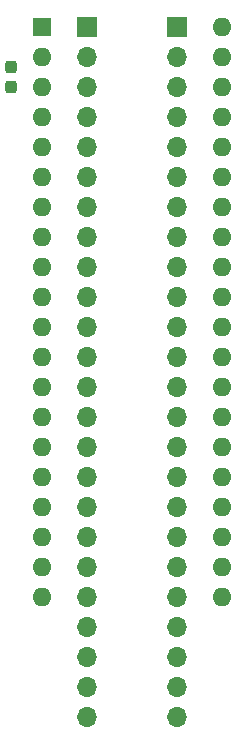
<source format=gbr>
G04 #@! TF.GenerationSoftware,KiCad,Pcbnew,8.0.4+dfsg-1*
G04 #@! TF.CreationDate,2025-02-22T20:55:47+09:00*
G04 #@! TF.ProjectId,bionic-f3850-ldo,62696f6e-6963-42d6-9633-3835302d6c64,6*
G04 #@! TF.SameCoordinates,Original*
G04 #@! TF.FileFunction,Soldermask,Bot*
G04 #@! TF.FilePolarity,Negative*
%FSLAX46Y46*%
G04 Gerber Fmt 4.6, Leading zero omitted, Abs format (unit mm)*
G04 Created by KiCad (PCBNEW 8.0.4+dfsg-1) date 2025-02-22 20:55:47*
%MOMM*%
%LPD*%
G01*
G04 APERTURE LIST*
G04 Aperture macros list*
%AMRoundRect*
0 Rectangle with rounded corners*
0 $1 Rounding radius*
0 $2 $3 $4 $5 $6 $7 $8 $9 X,Y pos of 4 corners*
0 Add a 4 corners polygon primitive as box body*
4,1,4,$2,$3,$4,$5,$6,$7,$8,$9,$2,$3,0*
0 Add four circle primitives for the rounded corners*
1,1,$1+$1,$2,$3*
1,1,$1+$1,$4,$5*
1,1,$1+$1,$6,$7*
1,1,$1+$1,$8,$9*
0 Add four rect primitives between the rounded corners*
20,1,$1+$1,$2,$3,$4,$5,0*
20,1,$1+$1,$4,$5,$6,$7,0*
20,1,$1+$1,$6,$7,$8,$9,0*
20,1,$1+$1,$8,$9,$2,$3,0*%
G04 Aperture macros list end*
%ADD10R,1.600000X1.600000*%
%ADD11O,1.600000X1.600000*%
%ADD12RoundRect,0.237500X0.237500X-0.300000X0.237500X0.300000X-0.237500X0.300000X-0.237500X-0.300000X0*%
%ADD13R,1.700000X1.700000*%
%ADD14O,1.700000X1.700000*%
G04 APERTURE END LIST*
D10*
X106080000Y-75080000D03*
D11*
X106080000Y-77620000D03*
X106080000Y-80160000D03*
X106080000Y-82700000D03*
X106080000Y-85240000D03*
X106080000Y-87780000D03*
X106080000Y-90320000D03*
X106080000Y-92860000D03*
X106080000Y-95400000D03*
X106080000Y-97940000D03*
X106080000Y-100480000D03*
X106080000Y-103020000D03*
X106080000Y-105560000D03*
X106080000Y-108100000D03*
X106080000Y-110640000D03*
X106080000Y-113180000D03*
X106080000Y-115720000D03*
X106080000Y-118260000D03*
X106080000Y-120800000D03*
X106080000Y-123340000D03*
X121320000Y-123340000D03*
X121320000Y-120800000D03*
X121320000Y-118260000D03*
X121320000Y-115720000D03*
X121320000Y-113180000D03*
X121320000Y-110640000D03*
X121320000Y-108100000D03*
X121320000Y-105560000D03*
X121320000Y-103020000D03*
X121320000Y-100480000D03*
X121320000Y-97940000D03*
X121320000Y-95400000D03*
X121320000Y-92860000D03*
X121320000Y-90320000D03*
X121320000Y-87780000D03*
X121320000Y-85240000D03*
X121320000Y-82700000D03*
X121320000Y-80160000D03*
X121320000Y-77620000D03*
X121320000Y-75080000D03*
D12*
X103489200Y-80158900D03*
X103489200Y-78433900D03*
D13*
X109890000Y-75080000D03*
D14*
X109890000Y-77620000D03*
X109890000Y-80160000D03*
X109890000Y-82700000D03*
X109890000Y-85240000D03*
X109890000Y-87780000D03*
X109890000Y-90320000D03*
X109890000Y-92860000D03*
X109890000Y-95400000D03*
X109890000Y-97940000D03*
X109890000Y-100480000D03*
X109890000Y-103020000D03*
X109890000Y-105560000D03*
X109890000Y-108100000D03*
X109890000Y-110640000D03*
X109890000Y-113180000D03*
X109890000Y-115720000D03*
X109890000Y-118260000D03*
X109890000Y-120800000D03*
X109890000Y-123340000D03*
X109890000Y-125880000D03*
X109890000Y-128420000D03*
X109890000Y-130960000D03*
X109890000Y-133500000D03*
X117510000Y-133500000D03*
X117510000Y-130960000D03*
X117510000Y-128420000D03*
X117510000Y-125880000D03*
X117510000Y-123340000D03*
X117510000Y-120800000D03*
X117510000Y-118260000D03*
X117510000Y-115720000D03*
X117510000Y-113180000D03*
X117510000Y-110640000D03*
X117510000Y-108100000D03*
X117510000Y-105560000D03*
X117510000Y-103020000D03*
X117510000Y-100480000D03*
X117510000Y-97940000D03*
X117510000Y-95400000D03*
X117510000Y-92860000D03*
X117510000Y-90320000D03*
X117510000Y-87780000D03*
X117510000Y-85240000D03*
X117510000Y-82700000D03*
X117510000Y-80160000D03*
X117510000Y-77620000D03*
D13*
X117510000Y-75080000D03*
M02*

</source>
